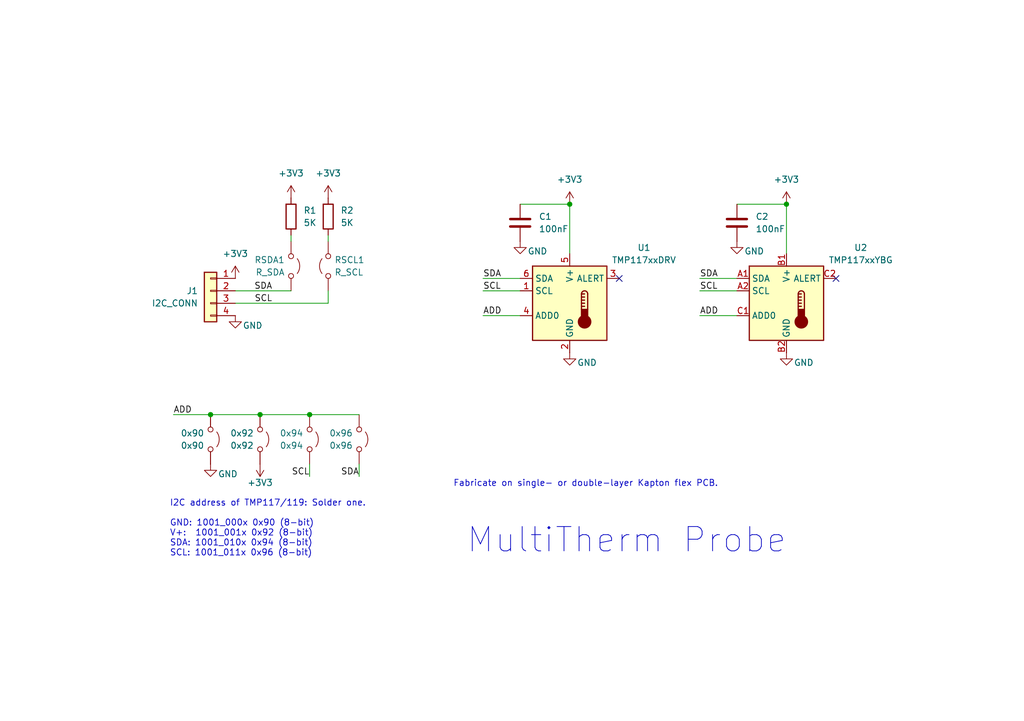
<source format=kicad_sch>
(kicad_sch (version 20231120) (generator "eeschema") (generator_version "8.0")
  (paper "A5")
  (lib_symbols
    (symbol "Connector_Generic:Conn_01x04" (pin_names (offset 1.016) hide)
      (property "Reference" "J" (at 0 5.08 0))
      (property "Value" "Conn_01x04" (at 0 -7.62 0))
      (symbol "Conn_01x04_1_1"
        (rectangle (start -1.27 -4.953) (end 0 -5.207) (stroke (width 0.1524)))
        (rectangle (start -1.27 -2.413) (end 0 -2.667) (stroke (width 0.1524)))
        (rectangle (start -1.27 0.127) (end 0 -0.127) (stroke (width 0.1524)))
        (rectangle (start -1.27 2.667) (end 0 2.413) (stroke (width 0.1524)))
        (rectangle (start -1.27 3.81) (end 1.27 -6.35) (stroke (width 0.254)) (fill (type background)))
        (pin passive line (at -5.08 2.54 0) (length 3.81) (name "Pin_1") (number "1"))
        (pin passive line (at -5.08 0 0) (length 3.81) (name "Pin_2") (number "2"))
        (pin passive line (at -5.08 -2.54 0) (length 3.81) (name "Pin_3") (number "3"))
        (pin passive line (at -5.08 -5.08 0) (length 3.81) (name "Pin_4") (number "4"))
      )
    )
    (symbol "Device:C" (pin_numbers hide) (pin_names (offset 0.254))
      (property "Reference" "C" (at 0.635 2.54 0))
      (property "Value" "C" (at 0.635 -2.54 0))
      (symbol "C_0_1"
        (polyline (pts (xy -2.032 -0.762) (xy 2.032 -0.762)) (stroke (width 0.508)))
        (polyline (pts (xy -2.032 0.762) (xy 2.032 0.762)) (stroke (width 0.508)))
      )
      (symbol "C_1_1"
        (pin passive line (at 0 3.81 270) (length 2.794) (name "~") (number "1"))
        (pin passive line (at 0 -3.81 90) (length 2.794) (name "~") (number "2"))
      )
    )
    (symbol "Device:R" (pin_numbers hide) (pin_names (offset 0))
      (property "Reference" "R" (at 2.032 0 90))
      (property "Value" "R" (at 0 0 90))
      (symbol "R_0_1"
        (rectangle (start -1.016 -2.54) (end 1.016 2.54) (stroke (width 0.254)))
      )
      (symbol "R_1_1"
        (pin passive line (at 0 3.81 270) (length 1.27) (name "~") (number "1"))
        (pin passive line (at 0 -3.81 90) (length 1.27) (name "~") (number "2"))
      )
    )
    (symbol "Jumper:Jumper_2_Open" (pin_numbers hide) (pin_names (offset 0) hide) (exclude_from_sim yes)
      (property "Reference" "JP" (at 0 2.794 0))
      (property "Value" "Jumper_2_Open" (at 0 -2.286 0))
      (symbol "Jumper_2_Open_0_0"
        (circle (center -2.032 0) (radius 0.508))
        (circle (center 2.032 0) (radius 0.508))
      )
      (symbol "Jumper_2_Open_0_1"
        (arc (start 1.524 1.27) (mid 0 1.778) (end -1.524 1.27))
      )
      (symbol "Jumper_2_Open_1_1"
        (pin passive line (at -5.08 0 0) (length 2.54) (name "A") (number "1"))
        (pin passive line (at 5.08 0 180) (length 2.54) (name "B") (number "2"))
      )
    )
    (symbol "Sensor_Temperature:TMP117xxDRV"
      (property "Reference" "U" (at -2.54 10.795 0))
      (property "Value" "TMP117xxDRV" (at -2.54 8.89 0))
      (symbol "TMP117xxDRV_0_1"
        (rectangle (start -7.62 7.62) (end 7.62 -7.62) (stroke (width 0.254)) (fill (type background)))
      )
      (symbol "TMP117xxDRV_1_1"
        (polyline (pts (xy 2.413 -0.635) (xy 3.048 -0.635)) (stroke (width 0.254)))
        (polyline (pts (xy 2.413 0) (xy 3.048 0)) (stroke (width 0.254)))
        (polyline (pts (xy 2.413 0.635) (xy 3.048 0.635)) (stroke (width 0.254)))
        (polyline (pts (xy 2.413 1.27) (xy 3.048 1.27)) (stroke (width 0.254)))
        (polyline (pts (xy 2.413 1.905) (xy 2.413 -1.27)) (stroke (width 0.254)))
        (polyline (pts (xy 2.413 1.905) (xy 3.048 1.905)) (stroke (width 0.254)))
        (polyline (pts (xy 3.683 1.905) (xy 3.683 -1.27)) (stroke (width 0.254)))
        (circle (center 3.048 -3.81) (radius 1.27) (stroke (width 0.254)) (fill (type outline)))
        (rectangle (start 3.683 -3.175) (end 2.413 -1.27) (stroke (width 0.254)) (fill (type outline)))
        (arc (start 3.683 1.905) (mid 3.048 2.5373) (end 2.413 1.905) (stroke (width 0.254)))
        (pin input line (at -10.16 2.54 0) (length 2.54) (name "SCL") (number "1"))
        (pin power_in line (at 0 -10.16 90) (length 2.54) (name "GND") (number "2"))
        (pin open_collector line (at 10.16 5.08 180) (length 2.54) (name "ALERT") (number "3"))
        (pin input line (at -10.16 -2.54 0) (length 2.54) (name "ADD0") (number "4"))
        (pin power_in line (at 0 10.16 270) (length 2.54) (name "V+") (number "5"))
        (pin bidirectional line (at -10.16 5.08 0) (length 2.54) (name "SDA") (number "6"))
      )
    )
    (symbol "Sensor_Temperature:TMP117xxYBG"
      (property "Reference" "U" (at -2.54 10.795 0))
      (property "Value" "TMP117xxYBG" (at -2.54 8.89 0))
      (symbol "TMP117xxYBG_0_1"
        (rectangle (start -7.62 7.62) (end 7.62 -7.62) (stroke (width 0.254)) (fill (type background)))
      )
      (symbol "TMP117xxYBG_1_1"
        (polyline (pts (xy 2.413 -0.635) (xy 3.048 -0.635)) (stroke (width 0.254)))
        (polyline (pts (xy 2.413 0) (xy 3.048 0)) (stroke (width 0.254)))
        (polyline (pts (xy 2.413 0.635) (xy 3.048 0.635)) (stroke (width 0.254)))
        (polyline (pts (xy 2.413 1.27) (xy 3.048 1.27)) (stroke (width 0.254)))
        (polyline (pts (xy 2.413 1.905) (xy 2.413 -1.27)) (stroke (width 0.254)))
        (polyline (pts (xy 2.413 1.905) (xy 3.048 1.905)) (stroke (width 0.254)))
        (polyline (pts (xy 3.683 1.905) (xy 3.683 -1.27)) (stroke (width 0.254)))
        (circle (center 3.048 -3.81) (radius 1.27) (stroke (width 0.254)) (fill (type outline)))
        (rectangle (start 3.683 -3.175) (end 2.413 -1.27) (stroke (width 0.254)) (fill (type outline)))
        (arc (start 3.683 1.905) (mid 3.048 2.5373) (end 2.413 1.905) (stroke (width 0.254)))
        (pin bidirectional line (at -10.16 5.08 0) (length 2.54) (name "SDA") (number "A1"))
        (pin input line (at -10.16 2.54 0) (length 2.54) (name "SCL") (number "A2"))
        (pin power_in line (at 0 10.16 270) (length 2.54) (name "V+") (number "B1"))
        (pin power_in line (at 0 -10.16 90) (length 2.54) (name "GND") (number "B2"))
        (pin input line (at -10.16 -2.54 0) (length 2.54) (name "ADD0") (number "C1"))
        (pin open_collector line (at 10.16 5.08 180) (length 2.54) (name "ALERT") (number "C2"))
      )
    )
    (symbol "power:+3V3" (power) (pin_numbers hide) (pin_names (offset 0) hide)
      (property "Value" "+3V3" (at 0 3.556 0))
      (symbol "+3V3_0_1"
        (polyline (pts (xy -0.762 1.27) (xy 0 2.54)))
        (polyline (pts (xy 0 0) (xy 0 2.54)))
        (polyline (pts (xy 0 2.54) (xy 0.762 1.27)))
      )
      (symbol "+3V3_1_1"
        (pin power_in line (at 0 0 90) (length 0) (name "~") (number "1"))
      )
    )
    (symbol "power:GND" (power) (pin_numbers hide) (pin_names (offset 0) hide)
      (property "Value" "GND" (at 0 -3.81 0))
      (symbol "GND_0_1"
        (polyline (pts (xy 0 0) (xy 0 -1.27) (xy 1.27 -1.27) (xy 0 -2.54) (xy -1.27 -1.27) (xy 0 -1.27)))
      )
      (symbol "GND_1_1"
        (pin power_in line (at 0 0 270) (length 0) (name "~") (number "1"))
      )
    )
  )
  (junction (at 116.84 41.91))
  (junction (at 53.34 85.09))
  (junction (at 161.29 41.91))
  (junction (at 43.18 85.09))
  (junction (at 63.5 85.09))
  (no_connect (at 127 57.15))
  (no_connect (at 171.45 57.15))
  (wire (pts (xy 116.84 41.91) (xy 106.68 41.91)))
  (wire (pts (xy 116.84 52.07) (xy 116.84 41.91)))
  (wire (pts (xy 67.31 49.53) (xy 67.31 48.26)))
  (wire (pts (xy 151.13 59.69) (xy 143.51 59.69)))
  (wire (pts (xy 99.06 64.77) (xy 106.68 64.77)))
  (wire (pts (xy 48.26 62.23) (xy 67.31 62.23)))
  (wire (pts (xy 151.13 41.91) (xy 161.29 41.91)))
  (wire (pts (xy 48.26 59.69) (xy 59.69 59.69)))
  (wire (pts (xy 43.18 85.09) (xy 53.34 85.09)))
  (wire (pts (xy 143.51 64.77) (xy 151.13 64.77)))
  (wire (pts (xy 106.68 57.15) (xy 99.06 57.15)))
  (wire (pts (xy 63.5 85.09) (xy 73.66 85.09)))
  (wire (pts (xy 35.56 85.09) (xy 43.18 85.09)))
  (wire (pts (xy 59.69 49.53) (xy 59.69 48.26)))
  (wire (pts (xy 53.34 85.09) (xy 63.5 85.09)))
  (wire (pts (xy 161.29 41.91) (xy 161.29 52.07)))
  (wire (pts (xy 63.5 97.79) (xy 63.5 95.25)))
  (wire (pts (xy 106.68 59.69) (xy 99.06 59.69)))
  (wire (pts (xy 73.66 97.79) (xy 73.66 95.25)))
  (wire (pts (xy 151.13 57.15) (xy 143.51 57.15)))
  (wire (pts (xy 67.31 62.23) (xy 67.31 59.69)))
  (text "I2C address of TMP117/119: Solder one.\n\nGND: 1001_000x 0x90 (8-bit)\nV+:  1001_001x 0x92 (8-bit)\nSDA: 1001_010x 0x94 (8-bit)\nSCL: 1001_011x 0x96 (8-bit)" (at 34.798 108.458 0) (effects (font (size 1.27 1.27)) (justify left)))
  (text "Fabricate on single- or double-layer Kapton flex PCB." (at 120.142 99.314 0) (effects (font (size 1.27 1.27))))
  (text "MultiTherm Probe" (at 128.524 110.998 0) (effects (font (size 5 5))))
  (label "ADD" (at 99.06 64.77 0))
  (label "ADD" (at 35.56 85.09 0))
  (label "SCL" (at 63.5 97.79 180))
  (label "SDA" (at 143.51 57.15 0))
  (label "SCL" (at 55.88 62.23 180))
  (label "SDA" (at 73.66 97.79 180))
  (label "SCL" (at 143.51 59.69 0))
  (label "SDA" (at 55.88 59.69 180))
  (label "SDA" (at 99.06 57.15 0))
  (label "SCL" (at 99.06 59.69 0))
  (label "ADD" (at 143.51 64.77 0))
  (symbol (lib_id "Jumper:Jumper_2_Open") (at 53.34 90.17 270) (mirror x) (unit 1) (exclude_from_sim yes)
    (property "Reference" "0x92" (at 52.07 88.8999 90) (effects (justify right)))
    (property "Value" "0x92" (at 52.07 91.4399 90) (effects (justify right)))
    (property "Footprint" "jumper-small:SolderJumper-2_P0.43mm_Open_Pad0.3x0.75mm" (effects (hide yes)))
    (property "Description" "Jumper, 2-pole, open" (effects (hide yes)))
  )
  (symbol (lib_id "Sensor_Temperature:TMP117xxYBG") (at 161.29 62.23 0) (unit 1)
    (property "Reference" "U2" (at 176.53 50.8314 0))
    (property "Value" "TMP117xxYBG" (at 176.53 53.3714 0))
    (property "Footprint" "Package_BGA:Texas_DSBGA-6_0.95x1.488mm_Layout2x3_P0.4mm" (effects (hide yes)))
    (property "Datasheet" "https://www.ti.com/lit/ds/symlink/tmp117.pdf" (effects (hide yes)))
    (property "Description" "Digital Temperature Sensor with I2C/SMBus Interface, 16 bits, +/-0.3° C, one-shot conversion, alert, nist traceable, EEPROM, DSBGA" (effects (hide yes)))
  )
  (symbol (lib_id "Jumper:Jumper_2_Open") (at 59.69 54.61 270) (mirror x) (unit 1) (exclude_from_sim yes)
    (property "Reference" "RSDA1" (at 58.42 53.3399 90) (effects (justify right)))
    (property "Value" "R_SDA" (at 58.42 55.8799 90) (effects (justify right)))
    (property "Footprint" "jumper-small:SolderJumper-2_P0.43mm_Open_Pad0.3x0.75mm" (effects (hide yes)))
    (property "Description" "Jumper, 2-pole, open" (effects (hide yes)))
  )
  (symbol (lib_id "power:GND") (at 116.84 72.39 0) (unit 1)
    (property "Reference" "#PWR03" (effects (hide yes)))
    (property "Value" "GND" (at 120.396 74.422 0))
    (property "Description" "Power symbol creates a global label with name \"GND\" , ground" (effects (hide yes)))
  )
  (symbol (lib_id "power:+3V3") (at 59.69 40.64 0) (unit 1)
    (property "Reference" "#PWR07" (effects (hide yes)))
    (property "Value" "+3V3" (at 59.69 35.56 0))
    (property "Description" "Power symbol creates a global label with name \"+3V3\"" (effects (hide yes)))
  )
  (symbol (lib_id "power:+3V3") (at 116.84 41.91 0) (unit 1)
    (property "Reference" "#PWR011" (effects (hide yes)))
    (property "Value" "+3V3" (at 116.84 36.83 0))
    (property "Description" "Power symbol creates a global label with name \"+3V3\"" (effects (hide yes)))
  )
  (symbol (lib_id "power:GND") (at 43.18 95.25 0) (unit 1)
    (property "Reference" "#PWR09" (effects (hide yes)))
    (property "Value" "GND" (at 46.736 97.282 0))
    (property "Description" "Power symbol creates a global label with name \"GND\" , ground" (effects (hide yes)))
  )
  (symbol (lib_id "power:GND") (at 151.13 49.53 0) (unit 1)
    (property "Reference" "#PWR01" (effects (hide yes)))
    (property "Value" "GND" (at 154.686 51.562 0))
    (property "Description" "Power symbol creates a global label with name \"GND\" , ground" (effects (hide yes)))
  )
  (symbol (lib_id "Device:R") (at 59.69 44.45 0) (unit 1)
    (property "Reference" "R1" (at 62.23 43.1799 0) (effects (justify left)))
    (property "Value" "5K" (at 62.23 45.7199 0) (effects (justify left)))
    (property "Footprint" "Resistor_SMD:R_0402_1005Metric_Pad0.72x0.64mm_HandSolder" (effects (hide yes)))
    (property "Description" "Resistor" (effects (hide yes)))
  )
  (symbol (lib_id "Connector_Generic:Conn_01x04") (at 43.18 59.69 0) (mirror y) (unit 1)
    (property "Reference" "J1" (at 40.64 59.6899 0) (effects (justify left)))
    (property "Value" "I2C_CONN" (at 40.64 62.2299 0) (effects (justify left)))
    (property "Footprint" "Connector_PinHeader_2.54mm:PinHeader_1x04_P2.54mm_Vertical" (effects (hide yes)))
    (property "Description" "Generic connector, single row, 01x04, script generated (kicad-library-utils/schlib/autogen/connector/)" (effects (hide yes)))
  )
  (symbol (lib_id "power:GND") (at 106.68 49.53 0) (unit 1)
    (property "Reference" "#PWR02" (effects (hide yes)))
    (property "Value" "GND" (at 110.236 51.562 0))
    (property "Description" "Power symbol creates a global label with name \"GND\" , ground" (effects (hide yes)))
  )
  (symbol (lib_id "power:+3V3") (at 161.29 41.91 0) (unit 1)
    (property "Reference" "#PWR012" (effects (hide yes)))
    (property "Value" "+3V3" (at 161.29 36.83 0))
    (property "Description" "Power symbol creates a global label with name \"+3V3\"" (effects (hide yes)))
  )
  (symbol (lib_id "Sensor_Temperature:TMP117xxDRV") (at 116.84 62.23 0) (unit 1)
    (property "Reference" "U1" (at 132.08 50.8314 0))
    (property "Value" "TMP117xxDRV" (at 132.08 53.3714 0))
    (property "Footprint" "Package_SON:WSON-6-1EP_2x2mm_P0.65mm_EP1x1.6mm" (effects (hide yes)))
    (property "Datasheet" "https://www.ti.com/lit/ds/symlink/tmp117.pdf" (effects (hide yes)))
    (property "Description" "Digital Temperature Sensor with I2C/SMBus Interface, 16 bits, +/-0.3° C, one-shot conversion, alert, nist traceable, EEPROM, WSON" (effects (hide yes)))
  )
  (symbol (lib_id "Jumper:Jumper_2_Open") (at 67.31 54.61 90) (unit 1) (exclude_from_sim yes)
    (property "Reference" "RSCL1" (at 68.58 53.3399 90) (effects (justify right)))
    (property "Value" "R_SCL" (at 68.58 55.8799 90) (effects (justify right)))
    (property "Footprint" "jumper-small:SolderJumper-2_P0.43mm_Open_Pad0.3x0.75mm" (effects (hide yes)))
    (property "Description" "Jumper, 2-pole, open" (effects (hide yes)))
  )
  (symbol (lib_id "power:GND") (at 161.29 72.39 0) (unit 1)
    (property "Reference" "#PWR04" (effects (hide yes)))
    (property "Value" "GND" (at 164.846 74.422 0))
    (property "Description" "Power symbol creates a global label with name \"GND\" , ground" (effects (hide yes)))
  )
  (symbol (lib_id "power:+3V3") (at 67.31 40.64 0) (unit 1)
    (property "Reference" "#PWR08" (effects (hide yes)))
    (property "Value" "+3V3" (at 67.31 35.56 0))
    (property "Description" "Power symbol creates a global label with name \"+3V3\"" (effects (hide yes)))
  )
  (symbol (lib_id "power:GND") (at 48.26 64.77 0) (unit 1)
    (property "Reference" "#PWR05" (effects (hide yes)))
    (property "Value" "GND" (at 51.816 66.802 0))
    (property "Description" "Power symbol creates a global label with name \"GND\" , ground" (effects (hide yes)))
  )
  (symbol (lib_id "power:+3V3") (at 48.26 57.15 0) (unit 1)
    (property "Reference" "#PWR06" (effects (hide yes)))
    (property "Value" "+3V3" (at 48.26 52.07 0))
    (property "Description" "Power symbol creates a global label with name \"+3V3\"" (effects (hide yes)))
  )
  (symbol (lib_id "Jumper:Jumper_2_Open") (at 73.66 90.17 270) (mirror x) (unit 1) (exclude_from_sim yes)
    (property "Reference" "0x96" (at 72.39 88.8999 90) (effects (justify right)))
    (property "Value" "0x96" (at 72.39 91.4399 90) (effects (justify right)))
    (property "Footprint" "jumper-small:SolderJumper-2_P0.43mm_Open_Pad0.3x0.75mm" (effects (hide yes)))
    (property "Description" "Jumper, 2-pole, open" (effects (hide yes)))
  )
  (symbol (lib_id "power:+3V3") (at 53.34 95.25 180) (unit 1)
    (property "Reference" "#PWR010" (effects (hide yes)))
    (property "Value" "+3V3" (at 53.34 99.06 0))
    (property "Description" "Power symbol creates a global label with name \"+3V3\"" (effects (hide yes)))
  )
  (symbol (lib_id "Jumper:Jumper_2_Open") (at 63.5 90.17 270) (mirror x) (unit 1) (exclude_from_sim yes)
    (property "Reference" "0x94" (at 62.23 88.8999 90) (effects (justify right)))
    (property "Value" "0x94" (at 62.23 91.4399 90) (effects (justify right)))
    (property "Footprint" "jumper-small:SolderJumper-2_P0.43mm_Open_Pad0.3x0.75mm" (effects (hide yes)))
    (property "Description" "Jumper, 2-pole, open" (effects (hide yes)))
  )
  (symbol (lib_id "Device:C") (at 106.68 45.72 0) (unit 1)
    (property "Reference" "C1" (at 110.49 44.4499 0) (effects (justify left)))
    (property "Value" "100nF" (at 110.49 46.9899 0) (effects (justify left)))
    (property "Footprint" "Capacitor_SMD:C_0402_1005Metric" (effects (hide yes)))
    (property "Description" "Unpolarized capacitor" (effects (hide yes)))
  )
  (symbol (lib_id "Device:C") (at 151.13 45.72 0) (unit 1)
    (property "Reference" "C2" (at 154.94 44.4499 0) (effects (justify left)))
    (property "Value" "100nF" (at 154.94 46.9899 0) (effects (justify left)))
    (property "Footprint" "Capacitor_SMD:C_0402_1005Metric" (effects (hide yes)))
    (property "Description" "Unpolarized capacitor" (effects (hide yes)))
  )
  (symbol (lib_id "Jumper:Jumper_2_Open") (at 43.18 90.17 270) (mirror x) (unit 1) (exclude_from_sim yes)
    (property "Reference" "0x90" (at 41.91 88.8999 90) (effects (justify right)))
    (property "Value" "0x90" (at 41.91 91.4399 90) (effects (justify right)))
    (property "Footprint" "jumper-small:SolderJumper-2_P0.43mm_Open_Pad0.3x0.75mm" (effects (hide yes)))
    (property "Description" "Jumper, 2-pole, open" (effects (hide yes)))
  )
  (symbol (lib_id "Device:R") (at 67.31 44.45 0) (unit 1)
    (property "Reference" "R2" (at 69.85 43.1799 0) (effects (justify left)))
    (property "Value" "5K" (at 69.85 45.7199 0) (effects (justify left)))
    (property "Footprint" "Resistor_SMD:R_0402_1005Metric_Pad0.72x0.64mm_HandSolder" (effects (hide yes)))
    (property "Description" "Resistor" (effects (hide yes)))
  )
)
</source>
